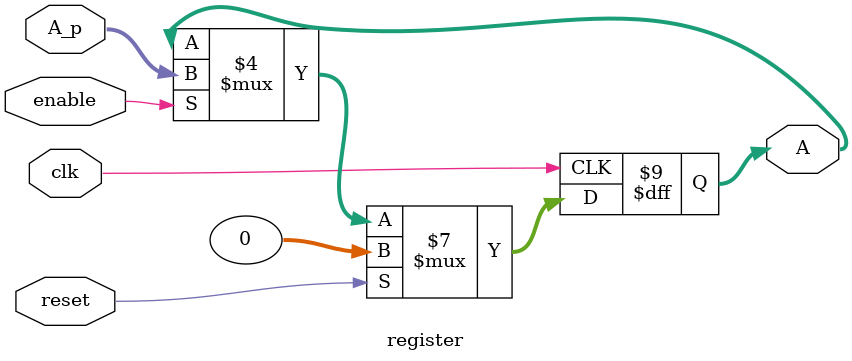
<source format=sv>
module register(
  input                 clk,reset,enable,
  input         [31:0]  A_p,
  output reg    [31:0]  A);
  
  always @(posedge clk)
    begin
      if(reset) begin
        A <= 32'h0;
      end
      else begin
        if(enable)
          A <= A_p;
        else
          A <= A;
      end
    end
  
  initial
    begin
      A = 32'h0;
    end
endmodule
</source>
